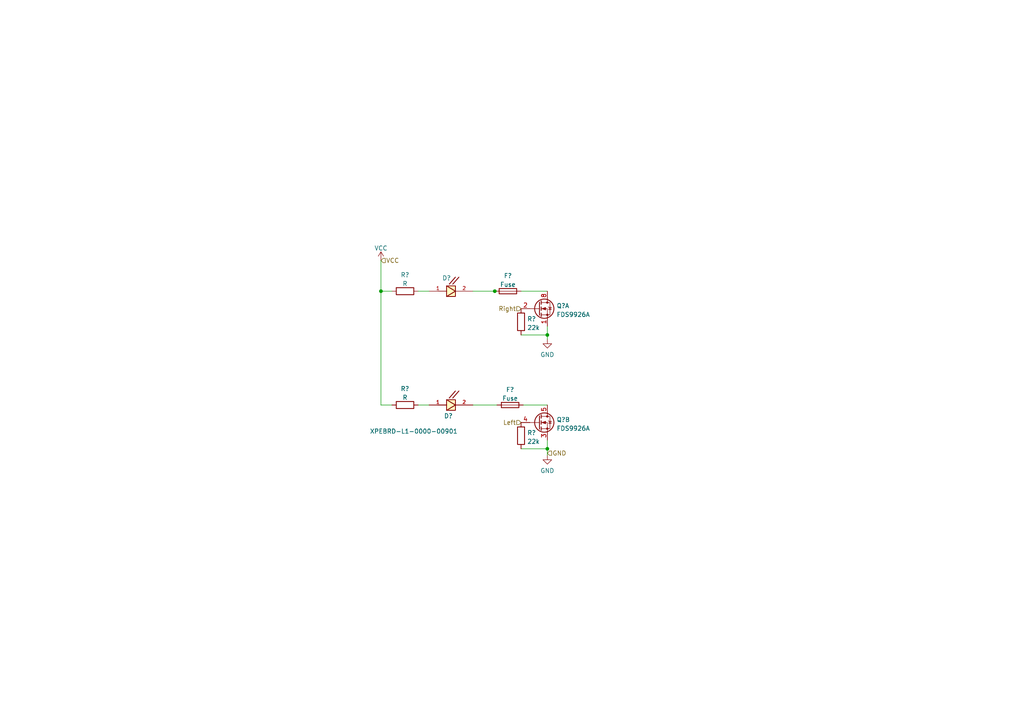
<source format=kicad_sch>
(kicad_sch (version 20230121) (generator eeschema)
  (paper "A4")
  (lib_symbols
    (symbol "Device:Fuse" (pin_numbers hide) (pin_names (offset 0))
      (property "Reference" "F" (at 2.032 0 90))
      (property "Value" "Fuse" (at -1.905 0 90))
      (symbol "Fuse_0_1"
        (rectangle (start -0.762 -2.54) (end 0.762 2.54) (stroke (width 0.254)))
        (polyline (pts (xy 0 2.54) (xy 0 -2.54)))
      )
      (symbol "Fuse_1_1"
        (pin passive line (at 0 3.81 270) (length 1.27) (name "~") (number "1"))
        (pin passive line (at 0 -3.81 90) (length 1.27) (name "~") (number "2"))
      )
    )
    (symbol "Device:R" (pin_numbers hide) (pin_names (offset 0))
      (property "Reference" "R" (at 2.032 0 90))
      (property "Value" "R" (at 0 0 90))
      (symbol "R_0_1"
        (rectangle (start -1.016 -2.54) (end 1.016 2.54) (stroke (width 0.254)))
      )
      (symbol "R_1_1"
        (pin passive line (at 0 3.81 270) (length 1.27) (name "~") (number "1"))
        (pin passive line (at 0 -3.81 90) (length 1.27) (name "~") (number "2"))
      )
    )
    (symbol "Transistor_FET:FDS9926A" (pin_names hide)
      (property "Reference" "Q" (at 5.08 1.905 0))
      (property "Value" "FDS9926A" (at 5.08 0 0))
      (symbol "FDS9926A_0_1"
        (polyline (pts (xy 0.254 0) (xy -2.54 0)))
        (polyline (pts (xy 0.254 1.905) (xy 0.254 -1.905)) (stroke (width 0.254)))
        (polyline (pts (xy 0.762 -1.27) (xy 0.762 -2.286)) (stroke (width 0.254)))
        (polyline (pts (xy 0.762 0.508) (xy 0.762 -0.508)) (stroke (width 0.254)))
        (polyline (pts (xy 0.762 2.286) (xy 0.762 1.27)) (stroke (width 0.254)))
        (polyline (pts (xy 2.54 2.54) (xy 2.54 1.778)))
        (polyline (pts (xy 2.54 -2.54) (xy 2.54 0) (xy 0.762 0)))
        (polyline (pts (xy 0.762 -1.778) (xy 3.302 -1.778) (xy 3.302 1.778) (xy 0.762 1.778)))
        (polyline (pts (xy 1.016 0) (xy 2.032 0.381) (xy 2.032 -0.381) (xy 1.016 0)) (fill (type outline)))
        (polyline (pts (xy 2.794 0.508) (xy 2.921 0.381) (xy 3.683 0.381) (xy 3.81 0.254)))
        (polyline (pts (xy 3.302 0.381) (xy 2.921 -0.254) (xy 3.683 -0.254) (xy 3.302 0.381)))
        (circle (center 1.651 0) (radius 2.794) (stroke (width 0.254)))
        (circle (center 2.54 -1.778) (radius 0.254) (fill (type outline)))
        (circle (center 2.54 1.778) (radius 0.254) (fill (type outline)))
      )
      (symbol "FDS9926A_1_1"
        (pin passive line (at 2.54 -5.08 90) (length 2.54) (name "S1") (number "1"))
        (pin passive line (at -5.08 0 0) (length 2.54) (name "G1") (number "2"))
        (pin passive line (at 2.54 5.08 270) (length 2.54) hide (name "D1") (number "7"))
        (pin passive line (at 2.54 5.08 270) (length 2.54) (name "D1") (number "8"))
      )
      (symbol "FDS9926A_2_1"
        (pin passive line (at 2.54 -5.08 90) (length 2.54) (name "S2") (number "3"))
        (pin passive line (at -5.08 0 0) (length 2.54) (name "G2") (number "4"))
        (pin passive line (at 2.54 5.08 270) (length 2.54) (name "D2") (number "5"))
        (pin passive line (at 2.54 5.08 270) (length 2.54) hide (name "D2") (number "6"))
      )
    )
    (symbol "XPEBRD-L1-0000-00901:XPEBRD-L1-0000-00901" (pin_names (offset 1.016))
      (property "Reference" "D" (at -5.0862 5.5949 0))
      (property "Value" "XPEBRD-L1-0000-00901" (at -5.0975 -7.6463 0))
      (symbol "XPEBRD-L1-0000-00901_0_0"
        (rectangle (start 0 -1.524) (end 2.54 1.524) (stroke (width 0.254)) (fill (type background)))
        (polyline (pts (xy 0 -1.524) (xy 2.54 0)) (stroke (width 0.254)))
        (polyline (pts (xy 0 0) (xy -2.54 0)) (stroke (width 0.1524)))
        (polyline (pts (xy 0.762 2.032) (xy 2.54 4.064)) (stroke (width 0.254)))
        (polyline (pts (xy 1.778 2.032) (xy 3.556 4.064)) (stroke (width 0.254)))
        (polyline (pts (xy 2.54 0) (xy 0 1.524)) (stroke (width 0.254)))
        (pin passive line (at -5.08 0 0) (length 5.08) (name "~") (number "1"))
        (pin passive line (at 7.62 0 180) (length 5.08) (name "~") (number "2"))
      )
    )
    (symbol "power:GND" (power) (pin_names (offset 0))
      (property "Value" "GND" (at 0 -3.81 0))
      (symbol "GND_0_1"
        (polyline (pts (xy 0 0) (xy 0 -1.27) (xy 1.27 -1.27) (xy 0 -2.54) (xy -1.27 -1.27) (xy 0 -1.27)))
      )
      (symbol "GND_1_1"
        (pin power_in line (at 0 0 270) (length 0) hide (name "GND") (number "1"))
      )
    )
    (symbol "power:VCC" (power) (pin_names (offset 0))
      (property "Value" "VCC" (at 0 3.81 0))
      (symbol "VCC_0_1"
        (polyline (pts (xy -0.762 1.27) (xy 0 2.54)))
        (polyline (pts (xy 0 0) (xy 0 2.54)))
        (polyline (pts (xy 0 2.54) (xy 0.762 1.27)))
      )
      (symbol "VCC_1_1"
        (pin power_in line (at 0 0 90) (length 0) hide (name "VCC") (number "1"))
      )
    )
  )
  (junction (at 110.49 84.455))
  (junction (at 143.51 84.455))
  (junction (at 158.75 97.155))
  (junction (at 158.75 130.175))
  (wire (pts (xy 158.75 94.615) (xy 158.75 97.155)))
  (wire (pts (xy 151.13 130.175) (xy 158.75 130.175)))
  (wire (pts (xy 110.49 84.455) (xy 110.49 117.475)))
  (wire (pts (xy 110.49 84.455) (xy 113.665 84.455)))
  (wire (pts (xy 151.765 117.475) (xy 158.75 117.475)))
  (wire (pts (xy 158.75 130.175) (xy 158.75 127.635)))
  (wire (pts (xy 158.75 130.175) (xy 158.75 132.08)))
  (wire (pts (xy 151.13 84.455) (xy 158.75 84.455)))
  (wire (pts (xy 110.49 117.475) (xy 113.665 117.475)))
  (wire (pts (xy 121.285 117.475) (xy 124.46 117.475)))
  (wire (pts (xy 137.16 84.455) (xy 143.51 84.455)))
  (wire (pts (xy 121.285 84.455) (xy 124.46 84.455)))
  (wire (pts (xy 144.145 117.475) (xy 137.16 117.475)))
  (wire (pts (xy 143.51 84.455) (xy 143.637 84.455)))
  (wire (pts (xy 110.49 75.565) (xy 110.49 84.455)))
  (wire (pts (xy 158.75 97.155) (xy 158.75 98.425)))
  (wire (pts (xy 151.13 97.155) (xy 158.75 97.155)))
  (hierarchical_label "GND" (shape input) (at 158.75 131.445 0))
  (hierarchical_label "Left" (shape input) (at 151.13 122.555 180))
  (hierarchical_label "VCC" (shape input) (at 110.49 75.565 0))
  (hierarchical_label "Right" (shape input) (at 151.13 89.535 180))
  (symbol (lib_id "Transistor_FET:FDS9926A") (at 156.21 122.555 0) (unit 2)
    (property "Reference" "Q?" (at 161.417 121.7203 0) (effects (justify left)))
    (property "Value" "FDS9926A" (at 161.417 124.2572 0) (effects (justify left)))
    (property "Footprint" "Package_SO:SOIC-8_3.9x4.9mm_P1.27mm" (effects hide))
    (property "Datasheet" "https://www.onsemi.com/pub/Collateral/FDS9926A-D.pdf" (effects hide))
    (instances (project "EBS_Main" (path "" (reference "Q?") (unit 2))) (project "DisplayU_Sisterboard" (path "" (reference "Q3") (unit 2))))
  )
  (symbol (lib_id "Device:R") (at 151.13 126.365 0) (unit 1)
    (property "Reference" "R?" (at 152.908 125.5303 0) (effects (justify left)))
    (property "Value" "22k" (at 152.908 128.0672 0) (effects (justify left)))
    (instances (project "EBS_Main" (path "" (reference "R?") (unit 1))) (project "DisplayU_Sisterboard" (path "" (reference "R17") (unit 1))))
  )
  (symbol (lib_id "XPEBRD-L1-0000-00901:XPEBRD-L1-0000-00901") (at 129.54 84.455 0) (unit 1)
    (property "Reference" "D?" (at 129.54 80.645 0))
    (property "Value" "XPEBRD-L1-0000-00901" (effects hide))
    (property "Footprint" "XPEBRD-L1-0000-00901:LED_XPEBRD-L1-0000-00901" (effects hide))
    (property "MANUFACTURER" "CREE" (effects hide))
    (instances (project "EBS_Main" (path "" (reference "D?") (unit 1))) (project "DisplayU_Sisterboard" (path "" (reference "D13") (unit 1))))
  )
  (symbol (lib_id "Device:R") (at 117.475 84.455 90) (unit 1)
    (property "Reference" "R?" (at 117.475 79.7392 90))
    (property "Value" "R" (at 117.475 82.2761 90))
    (instances (project "EBS_Main" (path "" (reference "R?") (unit 1))) (project "DisplayU_Sisterboard" (path "" (reference "R15") (unit 1))))
  )
  (symbol (lib_id "Device:Fuse") (at 147.32 84.455 270) (unit 1)
    (property "Reference" "F?" (at 147.32 79.9932 90))
    (property "Value" "Fuse" (at 147.32 82.5301 90))
    (instances (project "EBS_Main" (path "" (reference "F?") (unit 1))) (project "DisplayU_Sisterboard" (path "" (reference "F7") (unit 1))))
  )
  (symbol (lib_id "power:GND") (at 158.75 98.425 0) (unit 1)
    (property "Reference" "#PWR?" (effects hide))
    (property "Value" "GND" (at 158.75 102.87 0))
    (instances (project "EBS_Main" (path "" (reference "#PWR?") (unit 1))) (project "DisplayU_Sisterboard" (path "" (reference "#PWR042") (unit 1))))
  )
  (symbol (lib_id "power:GND") (at 158.75 132.08 0) (unit 1)
    (property "Reference" "#PWR?" (effects hide))
    (property "Value" "GND" (at 158.75 136.5234 0))
    (instances (project "EBS_Main" (path "" (reference "#PWR?") (unit 1))) (project "DisplayU_Sisterboard" (path "" (reference "#PWR040") (unit 1))))
  )
  (symbol (lib_id "Device:Fuse") (at 147.955 117.475 270) (unit 1)
    (property "Reference" "F?" (at 147.955 113.0132 90))
    (property "Value" "Fuse" (at 147.955 115.5501 90))
    (instances (project "EBS_Main" (path "" (reference "F?") (unit 1))) (project "DisplayU_Sisterboard" (path "" (reference "F8") (unit 1))))
  )
  (symbol (lib_id "Device:R") (at 117.475 117.475 90) (unit 1)
    (property "Reference" "R?" (at 117.475 112.7592 90))
    (property "Value" "R" (at 117.475 115.2961 90))
    (instances (project "EBS_Main" (path "" (reference "R?") (unit 1))) (project "DisplayU_Sisterboard" (path "" (reference "R16") (unit 1))))
  )
  (symbol (lib_id "Transistor_FET:FDS9926A") (at 156.21 89.535 0) (unit 1)
    (property "Reference" "Q?" (at 161.417 88.7003 0) (effects (justify left)))
    (property "Value" "FDS9926A" (at 161.417 91.2372 0) (effects (justify left)))
    (property "Footprint" "Package_SO:SOIC-8_3.9x4.9mm_P1.27mm" (effects hide))
    (property "Datasheet" "https://www.onsemi.com/pub/Collateral/FDS9926A-D.pdf" (effects hide))
    (instances (project "EBS_Main" (path "" (reference "Q?") (unit 1))) (project "DisplayU_Sisterboard" (path "" (reference "Q3") (unit 1))))
  )
  (symbol (lib_id "XPEBRD-L1-0000-00901:XPEBRD-L1-0000-00901") (at 129.54 117.475 0) (unit 1)
    (property "Reference" "D?" (at 130.048 120.65 0))
    (property "Value" "XPEBRD-L1-0000-00901" (at 120.015 125.095 0))
    (property "Footprint" "XPEBRD-L1-0000-00901:LED_XPEBRD-L1-0000-00901" (effects hide))
    (property "MANUFACTURER" "CREE" (effects hide))
    (instances (project "EBS_Main" (path "" (reference "D?") (unit 1))) (project "DisplayU_Sisterboard" (path "" (reference "D14") (unit 1))))
  )
  (symbol (lib_id "Device:R") (at 151.13 93.345 0) (unit 1)
    (property "Reference" "R?" (at 152.908 92.5103 0) (effects (justify left)))
    (property "Value" "22k" (at 152.908 95.0472 0) (effects (justify left)))
    (instances (project "EBS_Main" (path "" (reference "R?") (unit 1))) (project "DisplayU_Sisterboard" (path "" (reference "R18") (unit 1))))
  )
  (symbol (lib_id "power:VCC") (at 110.49 75.565 0) (unit 1)
    (property "Reference" "#PWR?" (effects hide))
    (property "Value" "VCC" (at 110.49 71.9892 0))
    (instances (project "EBS_Main" (path "" (reference "#PWR?") (unit 1))) (project "DisplayU_Sisterboard" (path "" (reference "#PWR036") (unit 1))))
  )
)
</source>
